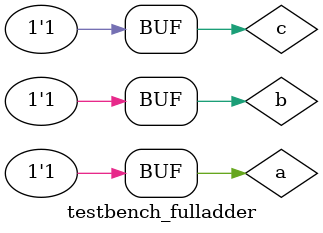
<source format=v>
module or_gate(y,a,b);
	input a,b;
	output y;
	wire x,z;
	nand(x,a,a);
	nand(z,b,b);
	nand(y,x,z);
endmodule

module and_gate(y,a,b);
	output y;
	input a,b;
	wire x;
	nand(x,a,b);
	nand(y,x,x);
endmodule

module xor_gate(y,a,b);
	input a,b;
	output y;
	wire z,x,w;
	nand(x,a,b);
	nand(w,a,x);
	nand(z,x,b);
	nand(y,w,z);
endmodule

module fulladder(s,c_out,a,b,c);
	input a,b,c;
	output s, c_out;
	wire x,y,z;
	xor_gate x1(x,a,b);
	xor_gate x2(s,x,c);
	and_gate a1(z,x,c);
	and_gate a2(y,a,b);
	or_gate o1(c_out,y,z);
endmodule	

module testbench_fulladder();
	reg a,b,c;
	wire s,c_out;
	fulladder h(s,c_out,a,b,c);
	initial
		begin
			$monitor("a = %b, b = %b, c = %b, s = %b, c_out = %b",a,b,c,s,c_out);
			c = 0 ; a = 0 ; b = 0 ; #10 ; 
			c = 0 ; a = 0 ; b = 1 ; #10 ;
			c = 0 ; a = 1 ; b = 0 ; #10 ;
			c = 0 ; a = 1 ; b = 1 ; #10 ;
			c = 1 ; a = 0 ; b = 0 ; #10 ; 
			c = 1 ; a = 0 ; b = 1 ; #10 ;
			c = 1 ; a = 1 ; b = 0 ; #10 ;
			c = 1 ; a = 1 ; b = 1 ; #10 ;
		end
endmodule


</source>
